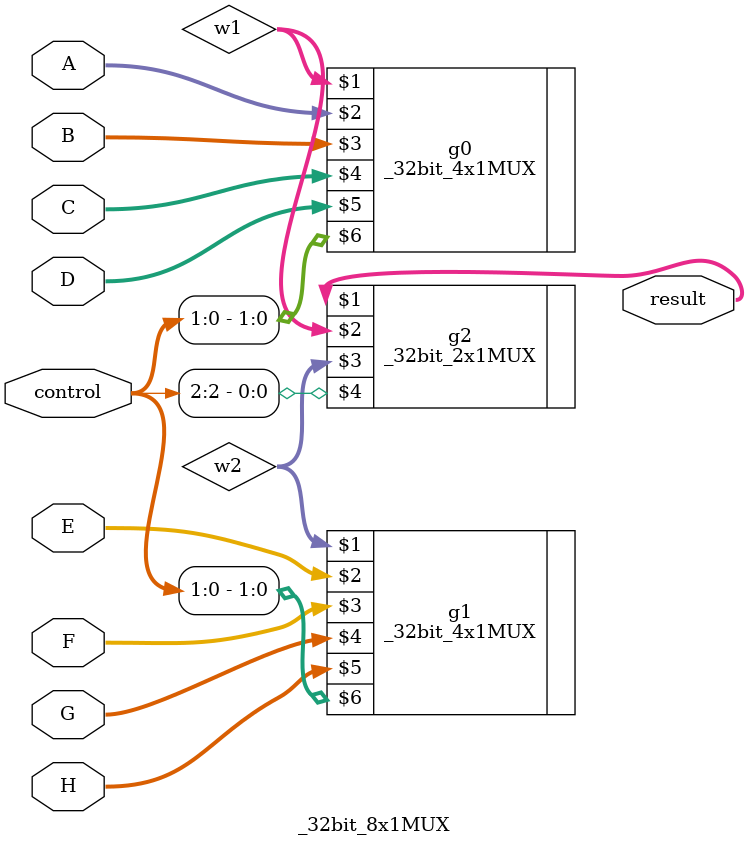
<source format=v>
module _32bit_8x1MUX (result, A,B,C,D,E,F,G,H, control);
input [31:0] A,B,C,D,E,F,G,H;
input [2:0] control;
output [31:0] result;
wire [31:0] w1, w2;

_32bit_4x1MUX g0 (w1, A,B,C,D,control[1:0]);
_32bit_4x1MUX g1 (w2, E,F,G,H,control[1:0]);

_32bit_2x1MUX g2 (result, w1, w2, control[2]);

endmodule
</source>
